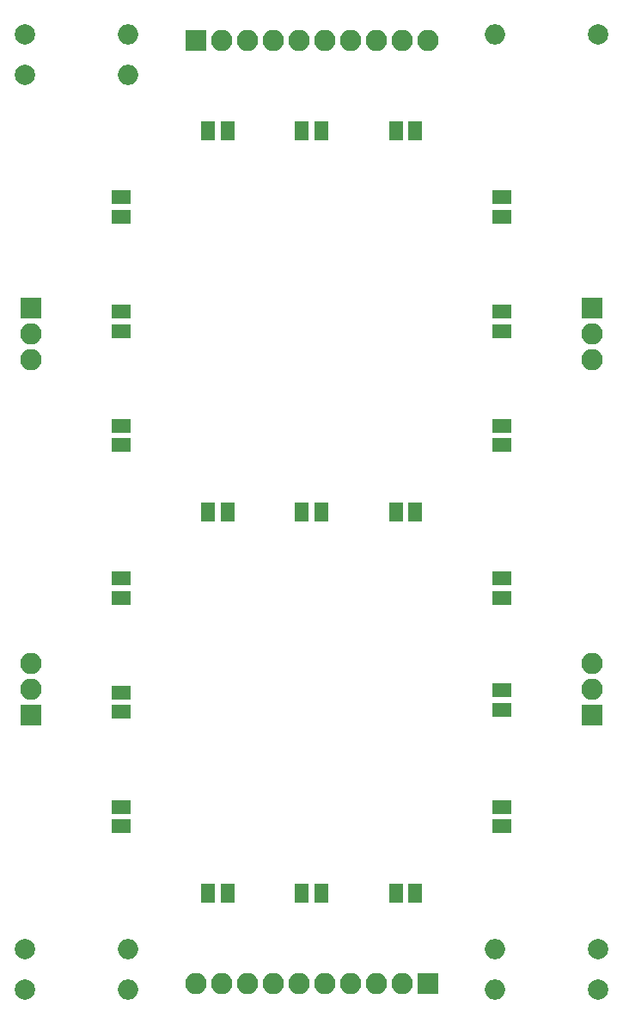
<source format=gbr>
G04 #@! TF.FileFunction,Soldermask,Top*
%FSLAX46Y46*%
G04 Gerber Fmt 4.6, Leading zero omitted, Abs format (unit mm)*
G04 Created by KiCad (PCBNEW 4.0.4+e1-6308~48~ubuntu16.04.1-stable) date Sun Jan 28 16:13:34 2018*
%MOMM*%
%LPD*%
G01*
G04 APERTURE LIST*
%ADD10C,0.100000*%
%ADD11R,1.370000X1.900000*%
%ADD12R,1.900000X1.370000*%
%ADD13R,2.100000X2.100000*%
%ADD14O,2.100000X2.100000*%
%ADD15C,2.000000*%
%ADD16O,2.000000X2.000000*%
G04 APERTURE END LIST*
D10*
D11*
X139545000Y-67500000D03*
X141455000Y-67500000D03*
D12*
X150000000Y-75955000D03*
X150000000Y-74045000D03*
X150000000Y-134045000D03*
X150000000Y-135955000D03*
D11*
X139545000Y-142500000D03*
X141455000Y-142500000D03*
D12*
X112500000Y-134045000D03*
X112500000Y-135955000D03*
X112500000Y-96545000D03*
X112500000Y-98455000D03*
D11*
X139545000Y-105000000D03*
X141455000Y-105000000D03*
X130295000Y-67500000D03*
X132205000Y-67500000D03*
D12*
X150000000Y-87205000D03*
X150000000Y-85295000D03*
X150000000Y-122545000D03*
X150000000Y-124455000D03*
D11*
X130295000Y-142500000D03*
X132205000Y-142500000D03*
D12*
X112500000Y-122795000D03*
X112500000Y-124705000D03*
X112500000Y-85295000D03*
X112500000Y-87205000D03*
D11*
X130295000Y-105000000D03*
X132205000Y-105000000D03*
X121045000Y-67500000D03*
X122955000Y-67500000D03*
D12*
X150000000Y-98455000D03*
X150000000Y-96545000D03*
X150000000Y-111545000D03*
X150000000Y-113455000D03*
D11*
X121045000Y-142500000D03*
X122955000Y-142500000D03*
D12*
X112500000Y-111545000D03*
X112500000Y-113455000D03*
X112500000Y-74045000D03*
X112500000Y-75955000D03*
D11*
X121045000Y-105000000D03*
X122955000Y-105000000D03*
D13*
X119820000Y-58620000D03*
D14*
X122360000Y-58620000D03*
X124900000Y-58620000D03*
X127440000Y-58620000D03*
X129980000Y-58620000D03*
X132520000Y-58620000D03*
X135060000Y-58620000D03*
X137600000Y-58620000D03*
X140140000Y-58620000D03*
X142680000Y-58620000D03*
D13*
X142680000Y-151380000D03*
D14*
X140140000Y-151380000D03*
X137600000Y-151380000D03*
X135060000Y-151380000D03*
X132520000Y-151380000D03*
X129980000Y-151380000D03*
X127440000Y-151380000D03*
X124900000Y-151380000D03*
X122360000Y-151380000D03*
X119820000Y-151380000D03*
D15*
X103000000Y-58000000D03*
D16*
X113160000Y-58000000D03*
D15*
X159500000Y-58000000D03*
D16*
X149340000Y-58000000D03*
D15*
X159500000Y-152000000D03*
D16*
X149340000Y-152000000D03*
D15*
X103000000Y-148000000D03*
D16*
X113160000Y-148000000D03*
D15*
X103000000Y-152000000D03*
D16*
X113160000Y-152000000D03*
D15*
X103000000Y-62000000D03*
D16*
X113160000Y-62000000D03*
D15*
X159500000Y-148000000D03*
D16*
X149340000Y-148000000D03*
D13*
X103620000Y-84980000D03*
D14*
X103620000Y-87520000D03*
X103620000Y-90060000D03*
D13*
X158880000Y-84980000D03*
D14*
X158880000Y-87520000D03*
X158880000Y-90060000D03*
D13*
X103620000Y-125020000D03*
D14*
X103620000Y-122480000D03*
X103620000Y-119940000D03*
D13*
X158880000Y-125020000D03*
D14*
X158880000Y-122480000D03*
X158880000Y-119940000D03*
M02*

</source>
